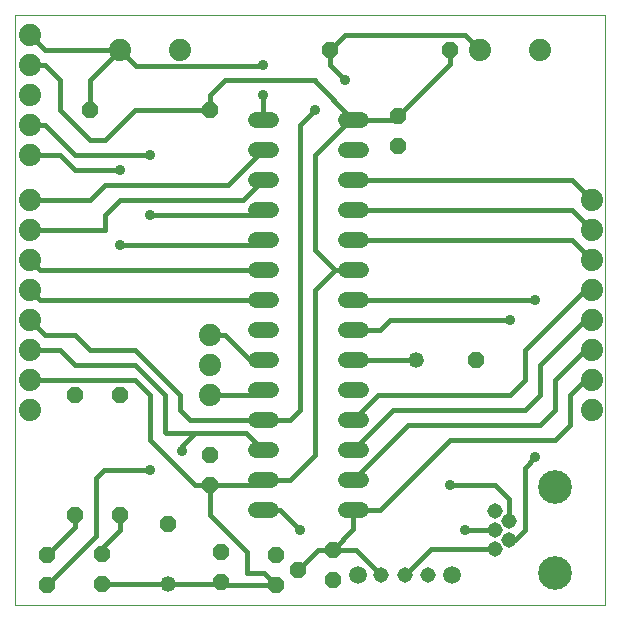
<source format=gtl>
G75*
%MOIN*%
%OFA0B0*%
%FSLAX25Y25*%
%IPPOS*%
%LPD*%
%AMOC8*
5,1,8,0,0,1.08239X$1,22.5*
%
%ADD10C,0.00000*%
%ADD11OC8,0.05200*%
%ADD12C,0.05200*%
%ADD13C,0.05150*%
%ADD14C,0.11220*%
%ADD15C,0.07400*%
%ADD16C,0.05200*%
%ADD17C,0.05937*%
%ADD18C,0.01600*%
%ADD19C,0.03562*%
D10*
X0006000Y0007548D02*
X0006000Y0204398D01*
X0202850Y0204398D01*
X0202850Y0007548D01*
X0006000Y0007548D01*
D11*
X0016787Y0014300D03*
X0016787Y0024300D03*
X0026000Y0037548D03*
X0035016Y0024497D03*
X0035016Y0014497D03*
X0041000Y0037548D03*
X0057240Y0034654D03*
X0071000Y0047548D03*
X0071000Y0057548D03*
X0041000Y0077548D03*
X0026000Y0077548D03*
X0074681Y0025265D03*
X0074681Y0015265D03*
X0093047Y0014261D03*
X0100547Y0019261D03*
X0093047Y0024261D03*
X0111965Y0025875D03*
X0111965Y0015875D03*
X0159839Y0089261D03*
X0133835Y0160639D03*
X0133835Y0170639D03*
X0151000Y0192548D03*
X0111000Y0192548D03*
X0071000Y0172548D03*
X0031000Y0172548D03*
D12*
X0139839Y0089261D03*
X0057240Y0014654D03*
D13*
X0128126Y0017548D03*
X0136000Y0017548D03*
X0143874Y0017548D03*
X0165921Y0026249D03*
X0170646Y0029398D03*
X0165921Y0032548D03*
X0170646Y0035698D03*
X0165921Y0038847D03*
D14*
X0186000Y0046918D03*
X0186000Y0018178D03*
D15*
X0198500Y0072548D03*
X0198500Y0082548D03*
X0198500Y0092548D03*
X0198500Y0102548D03*
X0198500Y0112548D03*
X0198500Y0122548D03*
X0198500Y0132548D03*
X0198500Y0142548D03*
X0181000Y0192548D03*
X0161000Y0192548D03*
X0071000Y0097548D03*
X0071000Y0087548D03*
X0071000Y0077548D03*
X0011000Y0072548D03*
X0011000Y0082548D03*
X0011000Y0092548D03*
X0011000Y0102548D03*
X0011000Y0112548D03*
X0011000Y0122548D03*
X0011000Y0132548D03*
X0011000Y0142548D03*
X0011000Y0157548D03*
X0011000Y0167548D03*
X0011000Y0177548D03*
X0011000Y0187548D03*
X0011000Y0197548D03*
X0041000Y0192548D03*
X0061000Y0192548D03*
D16*
X0086294Y0169261D02*
X0091494Y0169261D01*
X0091494Y0159261D02*
X0086294Y0159261D01*
X0086294Y0149261D02*
X0091494Y0149261D01*
X0091494Y0139261D02*
X0086294Y0139261D01*
X0086294Y0129261D02*
X0091494Y0129261D01*
X0091494Y0119261D02*
X0086294Y0119261D01*
X0086294Y0109261D02*
X0091494Y0109261D01*
X0091494Y0099261D02*
X0086294Y0099261D01*
X0086294Y0089261D02*
X0091494Y0089261D01*
X0091494Y0079261D02*
X0086294Y0079261D01*
X0086294Y0069261D02*
X0091494Y0069261D01*
X0091494Y0059261D02*
X0086294Y0059261D01*
X0086294Y0049261D02*
X0091494Y0049261D01*
X0091494Y0039261D02*
X0086294Y0039261D01*
X0116294Y0039261D02*
X0121494Y0039261D01*
X0121494Y0049261D02*
X0116294Y0049261D01*
X0116294Y0059261D02*
X0121494Y0059261D01*
X0121494Y0069261D02*
X0116294Y0069261D01*
X0116294Y0079261D02*
X0121494Y0079261D01*
X0121494Y0089261D02*
X0116294Y0089261D01*
X0116294Y0099261D02*
X0121494Y0099261D01*
X0121494Y0109261D02*
X0116294Y0109261D01*
X0116294Y0119261D02*
X0121494Y0119261D01*
X0121494Y0129261D02*
X0116294Y0129261D01*
X0116294Y0139261D02*
X0121494Y0139261D01*
X0121494Y0149261D02*
X0116294Y0149261D01*
X0116294Y0159261D02*
X0121494Y0159261D01*
X0121494Y0169261D02*
X0116294Y0169261D01*
D17*
X0120252Y0017548D03*
X0151748Y0017548D03*
D18*
X0144701Y0026249D02*
X0136000Y0017548D01*
X0128126Y0017548D02*
X0119799Y0025875D01*
X0111965Y0025875D01*
X0118894Y0032804D01*
X0118894Y0039261D01*
X0127713Y0039261D01*
X0151000Y0062548D01*
X0186000Y0062548D01*
X0191000Y0067548D01*
X0191000Y0077548D01*
X0196000Y0082548D01*
X0198050Y0082548D01*
X0198500Y0082548D01*
X0198500Y0092548D02*
X0198050Y0092548D01*
X0196000Y0092548D01*
X0186000Y0082548D01*
X0186000Y0072548D01*
X0181000Y0067548D01*
X0137181Y0067548D01*
X0118894Y0049261D01*
X0118894Y0059261D02*
X0132181Y0072548D01*
X0176000Y0072548D01*
X0181000Y0077548D01*
X0181000Y0087548D01*
X0196000Y0102548D01*
X0198050Y0102548D01*
X0198500Y0102548D01*
X0198500Y0112548D02*
X0198050Y0112548D01*
X0196000Y0112548D01*
X0176000Y0092548D01*
X0176000Y0082548D01*
X0171000Y0077548D01*
X0127181Y0077548D01*
X0118894Y0069261D01*
X0106000Y0057548D02*
X0106000Y0112548D01*
X0112713Y0119261D01*
X0106000Y0125973D01*
X0106000Y0157548D01*
X0117713Y0169261D01*
X0118894Y0169261D01*
X0106000Y0182154D01*
X0106000Y0182548D01*
X0076000Y0182548D01*
X0071000Y0177548D01*
X0071000Y0172548D01*
X0046000Y0172548D01*
X0036000Y0162548D01*
X0031000Y0162548D01*
X0021000Y0172548D01*
X0021000Y0182548D01*
X0016000Y0187548D01*
X0011000Y0187548D01*
X0016000Y0192548D02*
X0041000Y0192548D01*
X0046256Y0187292D01*
X0089091Y0187292D01*
X0088815Y0187568D01*
X0088815Y0177489D02*
X0088815Y0169339D01*
X0088894Y0169261D01*
X0088894Y0159261D02*
X0077181Y0147548D01*
X0036000Y0147548D01*
X0031000Y0142548D01*
X0011000Y0142548D01*
X0011000Y0132548D02*
X0036000Y0132548D01*
X0036000Y0137548D01*
X0041000Y0142548D01*
X0082181Y0142548D01*
X0088894Y0149261D01*
X0088894Y0139261D02*
X0087181Y0137548D01*
X0051000Y0137548D01*
X0041000Y0127548D02*
X0087181Y0127548D01*
X0088894Y0129261D01*
X0088894Y0119261D02*
X0014287Y0119261D01*
X0011000Y0122548D01*
X0011000Y0112548D02*
X0014287Y0109261D01*
X0088894Y0109261D01*
X0076000Y0097548D02*
X0071000Y0097548D01*
X0076000Y0097548D02*
X0084287Y0089261D01*
X0088894Y0089261D01*
X0088894Y0079261D02*
X0089287Y0079261D01*
X0091000Y0077548D01*
X0071000Y0077548D01*
X0064406Y0069143D02*
X0088776Y0069143D01*
X0088894Y0069261D01*
X0097713Y0069261D01*
X0101000Y0072548D01*
X0101000Y0167548D01*
X0106000Y0172548D01*
X0116000Y0182548D02*
X0111000Y0187548D01*
X0111000Y0192548D01*
X0116000Y0197548D01*
X0156000Y0197548D01*
X0161000Y0192548D01*
X0151000Y0192548D02*
X0151000Y0187804D01*
X0133835Y0170639D01*
X0132457Y0169261D01*
X0118894Y0169261D01*
X0118894Y0149261D02*
X0191000Y0149261D01*
X0191787Y0149261D01*
X0198500Y0142548D01*
X0191787Y0139261D02*
X0198050Y0132998D01*
X0198500Y0132548D01*
X0191787Y0129261D02*
X0198050Y0122998D01*
X0198500Y0122548D01*
X0191787Y0129261D02*
X0118894Y0129261D01*
X0118894Y0119261D02*
X0112713Y0119261D01*
X0118894Y0109261D02*
X0179386Y0109261D01*
X0179465Y0109182D01*
X0171000Y0102548D02*
X0131000Y0102548D01*
X0127713Y0099261D01*
X0118894Y0099261D01*
X0118894Y0089261D02*
X0139839Y0089261D01*
X0106000Y0057548D02*
X0097713Y0049261D01*
X0088894Y0049261D01*
X0087181Y0047548D01*
X0071000Y0047548D01*
X0066000Y0047548D01*
X0051000Y0062548D01*
X0051000Y0077548D01*
X0046000Y0082548D01*
X0011000Y0082548D01*
X0011000Y0092548D02*
X0021000Y0092548D01*
X0026000Y0087548D01*
X0046000Y0087548D01*
X0056000Y0077548D01*
X0056000Y0065304D01*
X0056354Y0064950D01*
X0066000Y0064950D01*
X0061669Y0060619D01*
X0061669Y0059064D01*
X0066000Y0064950D02*
X0083205Y0064950D01*
X0088894Y0059261D01*
X0088894Y0039261D02*
X0094287Y0039261D01*
X0101000Y0032548D01*
X0107161Y0025875D02*
X0100547Y0019261D01*
X0107161Y0025875D02*
X0111965Y0025875D01*
X0093047Y0014261D02*
X0089071Y0018237D01*
X0083402Y0018237D01*
X0083402Y0025146D01*
X0071000Y0037548D01*
X0071000Y0047548D01*
X0051000Y0052548D02*
X0035587Y0052548D01*
X0033146Y0050107D01*
X0033146Y0030658D01*
X0016787Y0014300D01*
X0016787Y0024300D02*
X0026000Y0033513D01*
X0026000Y0037548D01*
X0035016Y0026564D02*
X0041000Y0032548D01*
X0041000Y0037548D01*
X0035016Y0026564D02*
X0035016Y0024497D01*
X0035173Y0014654D02*
X0035016Y0014497D01*
X0035173Y0014654D02*
X0057240Y0014654D01*
X0074071Y0014654D01*
X0074681Y0015265D01*
X0075685Y0014261D01*
X0093047Y0014261D01*
X0144701Y0026249D02*
X0165921Y0026249D01*
X0170646Y0029398D02*
X0172850Y0029398D01*
X0176000Y0032548D01*
X0176000Y0053355D01*
X0179465Y0056820D01*
X0166000Y0047548D02*
X0170646Y0042902D01*
X0170646Y0035698D01*
X0165921Y0032548D02*
X0156000Y0032548D01*
X0151000Y0047548D02*
X0166000Y0047548D01*
X0191787Y0139261D02*
X0118894Y0139261D01*
X0061000Y0077548D02*
X0061000Y0072548D01*
X0064406Y0069143D01*
X0061000Y0077548D02*
X0046000Y0092548D01*
X0031000Y0092548D01*
X0026000Y0097548D01*
X0016000Y0097548D01*
X0011000Y0102548D01*
X0026000Y0152548D02*
X0041000Y0152548D01*
X0051000Y0157548D02*
X0026000Y0157548D01*
X0016000Y0167548D01*
X0011000Y0167548D01*
X0011000Y0157548D02*
X0021000Y0157548D01*
X0026000Y0152548D01*
X0031000Y0172548D02*
X0031000Y0182548D01*
X0041000Y0192548D01*
X0016000Y0192548D02*
X0011000Y0197548D01*
D19*
X0051000Y0157548D03*
X0041000Y0152548D03*
X0051000Y0137548D03*
X0041000Y0127548D03*
X0088815Y0177489D03*
X0088815Y0187568D03*
X0106000Y0172548D03*
X0116000Y0182548D03*
X0179465Y0109182D03*
X0171000Y0102548D03*
X0179465Y0056820D03*
X0156000Y0032548D03*
X0151000Y0047548D03*
X0101000Y0032548D03*
X0061669Y0059064D03*
X0051000Y0052548D03*
M02*

</source>
